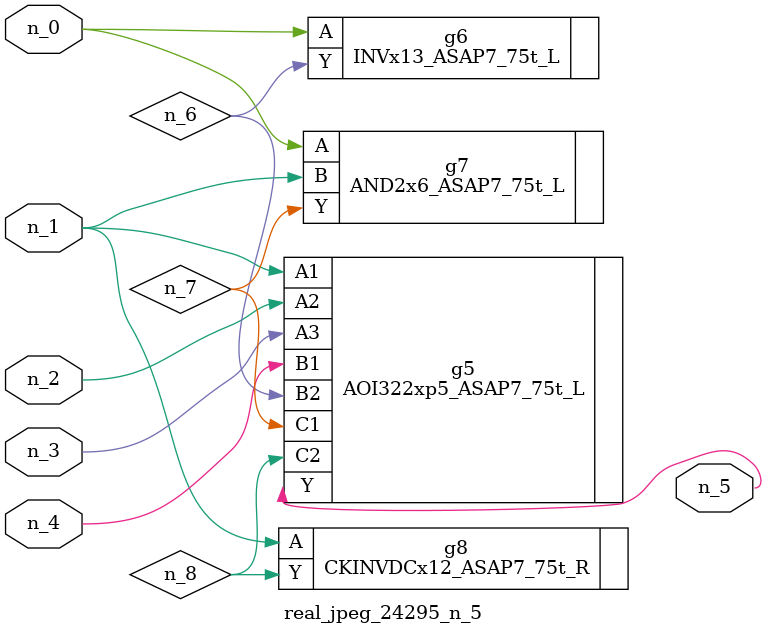
<source format=v>
module real_jpeg_24295_n_5 (n_4, n_0, n_1, n_2, n_3, n_5);

input n_4;
input n_0;
input n_1;
input n_2;
input n_3;

output n_5;

wire n_8;
wire n_6;
wire n_7;

INVx13_ASAP7_75t_L g6 ( 
.A(n_0),
.Y(n_6)
);

AND2x6_ASAP7_75t_L g7 ( 
.A(n_0),
.B(n_1),
.Y(n_7)
);

AOI322xp5_ASAP7_75t_L g5 ( 
.A1(n_1),
.A2(n_2),
.A3(n_3),
.B1(n_4),
.B2(n_6),
.C1(n_7),
.C2(n_8),
.Y(n_5)
);

CKINVDCx12_ASAP7_75t_R g8 ( 
.A(n_1),
.Y(n_8)
);


endmodule
</source>
